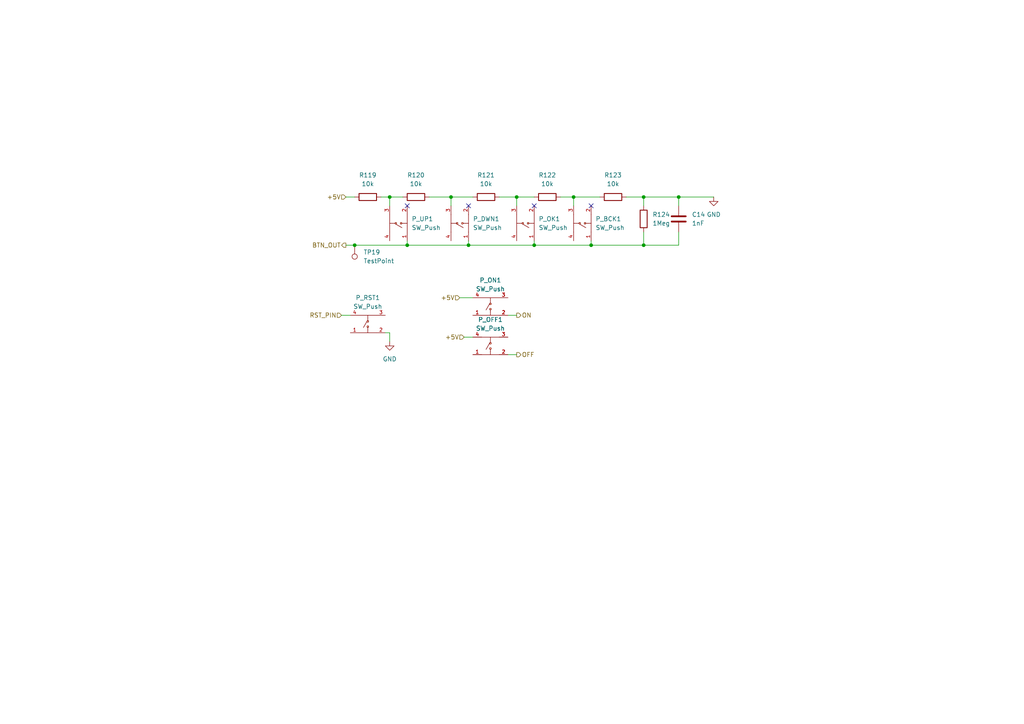
<source format=kicad_sch>
(kicad_sch
	(version 20231120)
	(generator "eeschema")
	(generator_version "8.0")
	(uuid "5b890723-c77c-44dd-a8e2-f78a52cf3e88")
	(paper "A4")
	(title_block
		(title "Centralina Pirotecnica")
		(date "2024-06-28")
		(rev "2.0")
	)
	(lib_symbols
		(symbol "Connector:TestPoint"
			(pin_numbers hide)
			(pin_names
				(offset 0.762) hide)
			(exclude_from_sim no)
			(in_bom yes)
			(on_board yes)
			(property "Reference" "TP"
				(at 0 6.858 0)
				(effects
					(font
						(size 1.27 1.27)
					)
				)
			)
			(property "Value" "TestPoint"
				(at 0 5.08 0)
				(effects
					(font
						(size 1.27 1.27)
					)
				)
			)
			(property "Footprint" ""
				(at 5.08 0 0)
				(effects
					(font
						(size 1.27 1.27)
					)
					(hide yes)
				)
			)
			(property "Datasheet" "~"
				(at 5.08 0 0)
				(effects
					(font
						(size 1.27 1.27)
					)
					(hide yes)
				)
			)
			(property "Description" "test point"
				(at 0 0 0)
				(effects
					(font
						(size 1.27 1.27)
					)
					(hide yes)
				)
			)
			(property "ki_keywords" "test point tp"
				(at 0 0 0)
				(effects
					(font
						(size 1.27 1.27)
					)
					(hide yes)
				)
			)
			(property "ki_fp_filters" "Pin* Test*"
				(at 0 0 0)
				(effects
					(font
						(size 1.27 1.27)
					)
					(hide yes)
				)
			)
			(symbol "TestPoint_0_1"
				(circle
					(center 0 3.302)
					(radius 0.762)
					(stroke
						(width 0)
						(type default)
					)
					(fill
						(type none)
					)
				)
			)
			(symbol "TestPoint_1_1"
				(pin passive line
					(at 0 0 90)
					(length 2.54)
					(name "1"
						(effects
							(font
								(size 1.27 1.27)
							)
						)
					)
					(number "1"
						(effects
							(font
								(size 1.27 1.27)
							)
						)
					)
				)
			)
		)
		(symbol "Device:C"
			(pin_numbers hide)
			(pin_names
				(offset 0.254)
			)
			(exclude_from_sim no)
			(in_bom yes)
			(on_board yes)
			(property "Reference" "C"
				(at 0.635 2.54 0)
				(effects
					(font
						(size 1.27 1.27)
					)
					(justify left)
				)
			)
			(property "Value" "C"
				(at 0.635 -2.54 0)
				(effects
					(font
						(size 1.27 1.27)
					)
					(justify left)
				)
			)
			(property "Footprint" ""
				(at 0.9652 -3.81 0)
				(effects
					(font
						(size 1.27 1.27)
					)
					(hide yes)
				)
			)
			(property "Datasheet" "~"
				(at 0 0 0)
				(effects
					(font
						(size 1.27 1.27)
					)
					(hide yes)
				)
			)
			(property "Description" "Unpolarized capacitor"
				(at 0 0 0)
				(effects
					(font
						(size 1.27 1.27)
					)
					(hide yes)
				)
			)
			(property "ki_keywords" "cap capacitor"
				(at 0 0 0)
				(effects
					(font
						(size 1.27 1.27)
					)
					(hide yes)
				)
			)
			(property "ki_fp_filters" "C_*"
				(at 0 0 0)
				(effects
					(font
						(size 1.27 1.27)
					)
					(hide yes)
				)
			)
			(symbol "C_0_1"
				(polyline
					(pts
						(xy -2.032 -0.762) (xy 2.032 -0.762)
					)
					(stroke
						(width 0.508)
						(type default)
					)
					(fill
						(type none)
					)
				)
				(polyline
					(pts
						(xy -2.032 0.762) (xy 2.032 0.762)
					)
					(stroke
						(width 0.508)
						(type default)
					)
					(fill
						(type none)
					)
				)
			)
			(symbol "C_1_1"
				(pin passive line
					(at 0 3.81 270)
					(length 2.794)
					(name "~"
						(effects
							(font
								(size 1.27 1.27)
							)
						)
					)
					(number "1"
						(effects
							(font
								(size 1.27 1.27)
							)
						)
					)
				)
				(pin passive line
					(at 0 -3.81 90)
					(length 2.794)
					(name "~"
						(effects
							(font
								(size 1.27 1.27)
							)
						)
					)
					(number "2"
						(effects
							(font
								(size 1.27 1.27)
							)
						)
					)
				)
			)
		)
		(symbol "Device:R"
			(pin_numbers hide)
			(pin_names
				(offset 0)
			)
			(exclude_from_sim no)
			(in_bom yes)
			(on_board yes)
			(property "Reference" "R"
				(at 2.032 0 90)
				(effects
					(font
						(size 1.27 1.27)
					)
				)
			)
			(property "Value" "R"
				(at 0 0 90)
				(effects
					(font
						(size 1.27 1.27)
					)
				)
			)
			(property "Footprint" ""
				(at -1.778 0 90)
				(effects
					(font
						(size 1.27 1.27)
					)
					(hide yes)
				)
			)
			(property "Datasheet" "~"
				(at 0 0 0)
				(effects
					(font
						(size 1.27 1.27)
					)
					(hide yes)
				)
			)
			(property "Description" "Resistor"
				(at 0 0 0)
				(effects
					(font
						(size 1.27 1.27)
					)
					(hide yes)
				)
			)
			(property "ki_keywords" "R res resistor"
				(at 0 0 0)
				(effects
					(font
						(size 1.27 1.27)
					)
					(hide yes)
				)
			)
			(property "ki_fp_filters" "R_*"
				(at 0 0 0)
				(effects
					(font
						(size 1.27 1.27)
					)
					(hide yes)
				)
			)
			(symbol "R_0_1"
				(rectangle
					(start -1.016 -2.54)
					(end 1.016 2.54)
					(stroke
						(width 0.254)
						(type default)
					)
					(fill
						(type none)
					)
				)
			)
			(symbol "R_1_1"
				(pin passive line
					(at 0 3.81 270)
					(length 1.27)
					(name "~"
						(effects
							(font
								(size 1.27 1.27)
							)
						)
					)
					(number "1"
						(effects
							(font
								(size 1.27 1.27)
							)
						)
					)
				)
				(pin passive line
					(at 0 -3.81 90)
					(length 1.27)
					(name "~"
						(effects
							(font
								(size 1.27 1.27)
							)
						)
					)
					(number "2"
						(effects
							(font
								(size 1.27 1.27)
							)
						)
					)
				)
			)
		)
		(symbol "default_lib:GT-TC149A-H060-L1"
			(pin_names hide)
			(exclude_from_sim no)
			(in_bom yes)
			(on_board yes)
			(property "Reference" "U"
				(at 0 1.27 0)
				(effects
					(font
						(size 1.27 1.27)
					)
				)
			)
			(property "Value" "GT-TC149A-H060-L1"
				(at 0 -2.54 0)
				(effects
					(font
						(size 1.27 1.27)
					)
				)
			)
			(property "Footprint" "jlc:KEY-SMD_4P-L12.0-W12.0-P5.00-LS15.2"
				(at 0 -10.16 0)
				(effects
					(font
						(size 1.27 1.27)
						(italic yes)
					)
					(hide yes)
				)
			)
			(property "Datasheet" "https://item.szlcsc.com/148012.html"
				(at -2.286 0.127 0)
				(effects
					(font
						(size 1.27 1.27)
					)
					(justify left)
					(hide yes)
				)
			)
			(property "Description" ""
				(at 0 0 0)
				(effects
					(font
						(size 1.27 1.27)
					)
					(hide yes)
				)
			)
			(property "LCSC" "C2834980"
				(at 0 0 0)
				(effects
					(font
						(size 1.27 1.27)
					)
					(hide yes)
				)
			)
			(property "ki_keywords" "C2834980"
				(at 0 0 0)
				(effects
					(font
						(size 1.27 1.27)
					)
					(hide yes)
				)
			)
			(symbol "GT-TC149A-H060-L1_0_1"
				(circle
					(center 0 -0.762)
					(radius 0.254)
					(stroke
						(width 0)
						(type default)
					)
					(fill
						(type background)
					)
				)
				(polyline
					(pts
						(xy -2.54 -2.54) (xy 2.54 -2.54)
					)
					(stroke
						(width 0)
						(type default)
					)
					(fill
						(type none)
					)
				)
				(polyline
					(pts
						(xy -1.27 -1.016) (xy -0.254 0.762)
					)
					(stroke
						(width 0)
						(type default)
					)
					(fill
						(type none)
					)
				)
				(polyline
					(pts
						(xy 0 -2.54) (xy 0 -1.524)
					)
					(stroke
						(width 0)
						(type default)
					)
					(fill
						(type none)
					)
				)
				(polyline
					(pts
						(xy 0 -1.524) (xy 0 -0.762)
					)
					(stroke
						(width 0)
						(type default)
					)
					(fill
						(type none)
					)
				)
				(polyline
					(pts
						(xy 0 2.54) (xy 0 0.762)
					)
					(stroke
						(width 0)
						(type default)
					)
					(fill
						(type none)
					)
				)
				(polyline
					(pts
						(xy 2.54 2.54) (xy -2.54 2.54)
					)
					(stroke
						(width 0)
						(type default)
					)
					(fill
						(type none)
					)
				)
				(circle
					(center 0 0.762)
					(radius 0.254)
					(stroke
						(width 0)
						(type default)
					)
					(fill
						(type background)
					)
				)
				(pin unspecified line
					(at -5.08 -2.54 0)
					(length 2.54)
					(name "1"
						(effects
							(font
								(size 1 1)
							)
						)
					)
					(number "1"
						(effects
							(font
								(size 1 1)
							)
						)
					)
				)
				(pin unspecified line
					(at 5.08 -2.54 180)
					(length 2.54)
					(name "2"
						(effects
							(font
								(size 1 1)
							)
						)
					)
					(number "2"
						(effects
							(font
								(size 1 1)
							)
						)
					)
				)
				(pin unspecified line
					(at 5.08 2.54 180)
					(length 2.54)
					(name "3"
						(effects
							(font
								(size 1 1)
							)
						)
					)
					(number "3"
						(effects
							(font
								(size 1 1)
							)
						)
					)
				)
				(pin unspecified line
					(at -5.08 2.54 0)
					(length 2.54)
					(name "4"
						(effects
							(font
								(size 1 1)
							)
						)
					)
					(number "4"
						(effects
							(font
								(size 1 1)
							)
						)
					)
				)
			)
		)
		(symbol "power:GND"
			(power)
			(pin_numbers hide)
			(pin_names
				(offset 0) hide)
			(exclude_from_sim no)
			(in_bom yes)
			(on_board yes)
			(property "Reference" "#PWR"
				(at 0 -6.35 0)
				(effects
					(font
						(size 1.27 1.27)
					)
					(hide yes)
				)
			)
			(property "Value" "GND"
				(at 0 -3.81 0)
				(effects
					(font
						(size 1.27 1.27)
					)
				)
			)
			(property "Footprint" ""
				(at 0 0 0)
				(effects
					(font
						(size 1.27 1.27)
					)
					(hide yes)
				)
			)
			(property "Datasheet" ""
				(at 0 0 0)
				(effects
					(font
						(size 1.27 1.27)
					)
					(hide yes)
				)
			)
			(property "Description" "Power symbol creates a global label with name \"GND\" , ground"
				(at 0 0 0)
				(effects
					(font
						(size 1.27 1.27)
					)
					(hide yes)
				)
			)
			(property "ki_keywords" "global power"
				(at 0 0 0)
				(effects
					(font
						(size 1.27 1.27)
					)
					(hide yes)
				)
			)
			(symbol "GND_0_1"
				(polyline
					(pts
						(xy 0 0) (xy 0 -1.27) (xy 1.27 -1.27) (xy 0 -2.54) (xy -1.27 -1.27) (xy 0 -1.27)
					)
					(stroke
						(width 0)
						(type default)
					)
					(fill
						(type none)
					)
				)
			)
			(symbol "GND_1_1"
				(pin power_in line
					(at 0 0 270)
					(length 0)
					(name "~"
						(effects
							(font
								(size 1.27 1.27)
							)
						)
					)
					(number "1"
						(effects
							(font
								(size 1.27 1.27)
							)
						)
					)
				)
			)
		)
	)
	(junction
		(at 154.94 71.12)
		(diameter 0)
		(color 0 0 0 0)
		(uuid "03d257f3-2893-4edb-a615-22adcf8e7818")
	)
	(junction
		(at 186.69 57.15)
		(diameter 0)
		(color 0 0 0 0)
		(uuid "04170999-a6e9-4536-94a2-ef7b87152b17")
	)
	(junction
		(at 130.81 57.15)
		(diameter 0)
		(color 0 0 0 0)
		(uuid "06442579-7a95-48f0-9bf8-bc25b956df43")
	)
	(junction
		(at 171.45 71.12)
		(diameter 0)
		(color 0 0 0 0)
		(uuid "0db554c2-bee5-4d6a-8ed1-eabeca31a4cf")
	)
	(junction
		(at 118.11 71.12)
		(diameter 0)
		(color 0 0 0 0)
		(uuid "163c3e98-7698-4783-9136-4b7f7302da2a")
	)
	(junction
		(at 102.87 71.12)
		(diameter 0)
		(color 0 0 0 0)
		(uuid "373ae319-4121-467f-be6e-8bb08bb86457")
	)
	(junction
		(at 186.69 71.12)
		(diameter 0)
		(color 0 0 0 0)
		(uuid "48b7b602-102f-4075-bc26-cd8be658d3c1")
	)
	(junction
		(at 113.03 57.15)
		(diameter 0)
		(color 0 0 0 0)
		(uuid "75b4d3a9-358f-4f70-a582-0857284fb0a8")
	)
	(junction
		(at 166.37 57.15)
		(diameter 0)
		(color 0 0 0 0)
		(uuid "868683f5-3e80-4bcd-8de3-636ef2328077")
	)
	(junction
		(at 196.85 57.15)
		(diameter 0)
		(color 0 0 0 0)
		(uuid "a8b676f9-54c7-417f-9c57-6027f4676eb1")
	)
	(junction
		(at 149.86 57.15)
		(diameter 0)
		(color 0 0 0 0)
		(uuid "bbf8f400-44c2-4fa6-99bc-22a7467623a8")
	)
	(junction
		(at 135.89 71.12)
		(diameter 0)
		(color 0 0 0 0)
		(uuid "eee7e8f3-e7ad-4cd2-b600-c2ed9b13478e")
	)
	(no_connect
		(at 118.11 59.69)
		(uuid "59fae1d1-77f3-481d-9bb1-8a66cc664ff8")
	)
	(no_connect
		(at 135.89 59.69)
		(uuid "5b2d7e70-eed9-4051-9983-5f0eaa231b57")
	)
	(no_connect
		(at 154.94 59.69)
		(uuid "8dbb11fc-3078-457a-ab47-48a76045bce2")
	)
	(no_connect
		(at 171.45 59.69)
		(uuid "d7a8f2d6-ac3a-46d7-bb64-29a8c7fe39d8")
	)
	(wire
		(pts
			(xy 149.86 57.15) (xy 149.86 59.69)
		)
		(stroke
			(width 0)
			(type default)
		)
		(uuid "0d6df559-fd2f-403c-b71b-9aad4092ebcf")
	)
	(wire
		(pts
			(xy 166.37 57.15) (xy 173.99 57.15)
		)
		(stroke
			(width 0)
			(type default)
		)
		(uuid "1126c09d-05b0-41c6-b4c5-dde8247233db")
	)
	(wire
		(pts
			(xy 118.11 71.12) (xy 135.89 71.12)
		)
		(stroke
			(width 0)
			(type default)
		)
		(uuid "19b8682e-9ac3-4961-9e48-0e406c9ee7f0")
	)
	(wire
		(pts
			(xy 130.81 57.15) (xy 130.81 59.69)
		)
		(stroke
			(width 0)
			(type default)
		)
		(uuid "1c983fd4-8101-45cb-b550-2455620b20cc")
	)
	(wire
		(pts
			(xy 196.85 67.31) (xy 196.85 71.12)
		)
		(stroke
			(width 0)
			(type default)
		)
		(uuid "211bf105-bc48-4ac4-b276-6e1dab6e5ce2")
	)
	(wire
		(pts
			(xy 113.03 96.52) (xy 111.76 96.52)
		)
		(stroke
			(width 0)
			(type default)
		)
		(uuid "2439dd88-4f94-4138-9acd-c07d835ccfcf")
	)
	(wire
		(pts
			(xy 196.85 57.15) (xy 196.85 59.69)
		)
		(stroke
			(width 0)
			(type default)
		)
		(uuid "2ebe5818-8977-4690-ba32-66737c5ed401")
	)
	(wire
		(pts
			(xy 181.61 57.15) (xy 186.69 57.15)
		)
		(stroke
			(width 0)
			(type default)
		)
		(uuid "2fa6a3dc-c0c2-46ca-a358-806ba3c20c18")
	)
	(wire
		(pts
			(xy 154.94 69.85) (xy 154.94 71.12)
		)
		(stroke
			(width 0)
			(type default)
		)
		(uuid "34c21553-4fbc-44b8-ab3b-ad5ee6f967cb")
	)
	(wire
		(pts
			(xy 147.32 91.44) (xy 149.86 91.44)
		)
		(stroke
			(width 0)
			(type default)
		)
		(uuid "3701bb5b-9c10-4334-891e-8ac78e803905")
	)
	(wire
		(pts
			(xy 149.86 57.15) (xy 154.94 57.15)
		)
		(stroke
			(width 0)
			(type default)
		)
		(uuid "384ab7e7-1a24-45f3-83ab-c8b588262b7f")
	)
	(wire
		(pts
			(xy 196.85 71.12) (xy 186.69 71.12)
		)
		(stroke
			(width 0)
			(type default)
		)
		(uuid "3ed78edb-d3f9-472b-b145-82af079358f5")
	)
	(wire
		(pts
			(xy 99.06 91.44) (xy 101.6 91.44)
		)
		(stroke
			(width 0)
			(type default)
		)
		(uuid "501443e6-af76-4e4f-ad7e-cc9a4eb87947")
	)
	(wire
		(pts
			(xy 113.03 96.52) (xy 113.03 99.06)
		)
		(stroke
			(width 0)
			(type default)
		)
		(uuid "51d5ce53-3e99-4c44-9f55-d5e981fb936e")
	)
	(wire
		(pts
			(xy 113.03 57.15) (xy 116.84 57.15)
		)
		(stroke
			(width 0)
			(type default)
		)
		(uuid "5db52c08-1918-460d-9735-e2dd9ffd0295")
	)
	(wire
		(pts
			(xy 144.78 57.15) (xy 149.86 57.15)
		)
		(stroke
			(width 0)
			(type default)
		)
		(uuid "672c27c0-abca-484c-9fe8-6e38d9e8f58d")
	)
	(wire
		(pts
			(xy 166.37 57.15) (xy 166.37 59.69)
		)
		(stroke
			(width 0)
			(type default)
		)
		(uuid "6aa628f6-6272-4b5e-920a-554b0eb3665f")
	)
	(wire
		(pts
			(xy 113.03 57.15) (xy 113.03 59.69)
		)
		(stroke
			(width 0)
			(type default)
		)
		(uuid "79856fa8-a77c-4af5-89ca-98654f2c32ed")
	)
	(wire
		(pts
			(xy 110.49 57.15) (xy 113.03 57.15)
		)
		(stroke
			(width 0)
			(type default)
		)
		(uuid "79a994d3-07ac-4d30-9555-c103e002a82e")
	)
	(wire
		(pts
			(xy 186.69 67.31) (xy 186.69 71.12)
		)
		(stroke
			(width 0)
			(type default)
		)
		(uuid "7a0fc899-c3fa-4d68-a371-9ef604de4a88")
	)
	(wire
		(pts
			(xy 133.35 86.36) (xy 137.16 86.36)
		)
		(stroke
			(width 0)
			(type default)
		)
		(uuid "80297d98-18ee-495b-ae5a-8b1629f9d277")
	)
	(wire
		(pts
			(xy 162.56 57.15) (xy 166.37 57.15)
		)
		(stroke
			(width 0)
			(type default)
		)
		(uuid "8f417793-34d0-48e8-8c84-8fe4e989ab94")
	)
	(wire
		(pts
			(xy 186.69 57.15) (xy 186.69 59.69)
		)
		(stroke
			(width 0)
			(type default)
		)
		(uuid "b525148b-fb8f-41fb-907d-4d4c60ccdfcf")
	)
	(wire
		(pts
			(xy 186.69 57.15) (xy 196.85 57.15)
		)
		(stroke
			(width 0)
			(type default)
		)
		(uuid "b9984f38-eae3-4726-be99-cdfc8695e5e9")
	)
	(wire
		(pts
			(xy 134.62 97.79) (xy 137.16 97.79)
		)
		(stroke
			(width 0)
			(type default)
		)
		(uuid "b9e3b456-665a-413f-9071-a307e700a9cf")
	)
	(wire
		(pts
			(xy 135.89 71.12) (xy 154.94 71.12)
		)
		(stroke
			(width 0)
			(type default)
		)
		(uuid "ba9aace2-e345-4a56-9257-171333bc5166")
	)
	(wire
		(pts
			(xy 196.85 57.15) (xy 207.01 57.15)
		)
		(stroke
			(width 0)
			(type default)
		)
		(uuid "bbe0d8c0-1c27-47d6-bbd1-421ee62de131")
	)
	(wire
		(pts
			(xy 102.87 71.12) (xy 118.11 71.12)
		)
		(stroke
			(width 0)
			(type default)
		)
		(uuid "c0f52ba0-53a8-4286-bc56-6dcd31e9ca87")
	)
	(wire
		(pts
			(xy 171.45 71.12) (xy 186.69 71.12)
		)
		(stroke
			(width 0)
			(type default)
		)
		(uuid "c9ab6412-99ed-4e64-bf48-f303f72498dd")
	)
	(wire
		(pts
			(xy 124.46 57.15) (xy 130.81 57.15)
		)
		(stroke
			(width 0)
			(type default)
		)
		(uuid "cada1461-54ed-4d5e-a8f0-1a6cbc681b65")
	)
	(wire
		(pts
			(xy 130.81 57.15) (xy 137.16 57.15)
		)
		(stroke
			(width 0)
			(type default)
		)
		(uuid "d220a3f7-f0a2-40fb-a730-2e332090855d")
	)
	(wire
		(pts
			(xy 118.11 69.85) (xy 118.11 71.12)
		)
		(stroke
			(width 0)
			(type default)
		)
		(uuid "d3b021af-8712-4b45-8b4e-5f37101c413e")
	)
	(wire
		(pts
			(xy 147.32 102.87) (xy 149.86 102.87)
		)
		(stroke
			(width 0)
			(type default)
		)
		(uuid "dab3fa77-33b9-452d-863f-4dda466efec9")
	)
	(wire
		(pts
			(xy 100.33 71.12) (xy 102.87 71.12)
		)
		(stroke
			(width 0)
			(type default)
		)
		(uuid "e8dbd6aa-038c-4deb-a3ab-853eaf5304f4")
	)
	(wire
		(pts
			(xy 171.45 69.85) (xy 171.45 71.12)
		)
		(stroke
			(width 0)
			(type default)
		)
		(uuid "eeee8329-eaee-4f6d-8c9a-a82d2977f52f")
	)
	(wire
		(pts
			(xy 100.33 57.15) (xy 102.87 57.15)
		)
		(stroke
			(width 0)
			(type default)
		)
		(uuid "f3327ad4-1e00-4baa-9ac0-3366ec1ad3a9")
	)
	(wire
		(pts
			(xy 154.94 71.12) (xy 171.45 71.12)
		)
		(stroke
			(width 0)
			(type default)
		)
		(uuid "f4265429-cfb3-45fd-96c7-ab4e52527a30")
	)
	(wire
		(pts
			(xy 135.89 69.85) (xy 135.89 71.12)
		)
		(stroke
			(width 0)
			(type default)
		)
		(uuid "fc87e044-8ac0-47c3-8bc2-d749ac0975e4")
	)
	(hierarchical_label "+5V"
		(shape input)
		(at 134.62 97.79 180)
		(fields_autoplaced yes)
		(effects
			(font
				(size 1.27 1.27)
			)
			(justify right)
		)
		(uuid "3feaeb02-18ef-4c02-bf3e-f0b8c6cdbbab")
	)
	(hierarchical_label "RST_PIN"
		(shape input)
		(at 99.06 91.44 180)
		(fields_autoplaced yes)
		(effects
			(font
				(size 1.27 1.27)
			)
			(justify right)
		)
		(uuid "9539401c-3247-456a-8229-b2db69962ae9")
	)
	(hierarchical_label "OFF"
		(shape output)
		(at 149.86 102.87 0)
		(fields_autoplaced yes)
		(effects
			(font
				(size 1.27 1.27)
			)
			(justify left)
		)
		(uuid "b4454f8f-5777-4dcd-a932-d4d8574f195d")
	)
	(hierarchical_label "+5V"
		(shape input)
		(at 133.35 86.36 180)
		(fields_autoplaced yes)
		(effects
			(font
				(size 1.27 1.27)
			)
			(justify right)
		)
		(uuid "bdc398ec-1fce-470d-bed3-8b59258d5a52")
	)
	(hierarchical_label "+5V"
		(shape input)
		(at 100.33 57.15 180)
		(fields_autoplaced yes)
		(effects
			(font
				(size 1.27 1.27)
			)
			(justify right)
		)
		(uuid "ca3946b6-a73d-4940-89fe-8c745a4f3f64")
	)
	(hierarchical_label "ON"
		(shape output)
		(at 149.86 91.44 0)
		(fields_autoplaced yes)
		(effects
			(font
				(size 1.27 1.27)
			)
			(justify left)
		)
		(uuid "d9dd81e0-5733-4c79-a05e-3a907b4f8390")
	)
	(hierarchical_label "BTN_OUT"
		(shape output)
		(at 100.33 71.12 180)
		(fields_autoplaced yes)
		(effects
			(font
				(size 1.27 1.27)
			)
			(justify right)
		)
		(uuid "ef66fbf9-4236-428d-b0e7-9e48d136336d")
	)
	(symbol
		(lib_id "default_lib:GT-TC149A-H060-L1")
		(at 133.35 64.77 90)
		(unit 1)
		(exclude_from_sim no)
		(in_bom yes)
		(on_board yes)
		(dnp no)
		(uuid "01093082-fc21-4ecf-b82b-0880eee33374")
		(property "Reference" "P_DWN1"
			(at 137.16 63.4999 90)
			(effects
				(font
					(size 1.27 1.27)
				)
				(justify right)
			)
		)
		(property "Value" "SW_Push"
			(at 137.16 66.0399 90)
			(effects
				(font
					(size 1.27 1.27)
				)
				(justify right)
			)
		)
		(property "Footprint" "KEY-SMD_4P-L12.0-W12.0-P5.00-LS15.2:KEY-SMD_4P-L12.0-W12.0-P5.00-LS15.2"
			(at 143.51 64.77 0)
			(effects
				(font
					(size 1.27 1.27)
					(italic yes)
				)
				(hide yes)
			)
		)
		(property "Datasheet" "https://item.szlcsc.com/148012.html"
			(at 133.223 67.056 0)
			(effects
				(font
					(size 1.27 1.27)
				)
				(justify left)
				(hide yes)
			)
		)
		(property "Description" "Push button switch, generic, two pins"
			(at 133.35 64.77 0)
			(effects
				(font
					(size 1.27 1.27)
				)
				(hide yes)
			)
		)
		(property "REF" "C2834980"
			(at 133.35 64.77 0)
			(effects
				(font
					(size 1.27 1.27)
				)
				(hide yes)
			)
		)
		(property "LCSC" "C2834980"
			(at 133.35 64.77 0)
			(effects
				(font
					(size 1.27 1.27)
				)
				(hide yes)
			)
		)
		(pin "2"
			(uuid "076d42e8-7074-44e2-a567-ccd3d5449f64")
		)
		(pin "1"
			(uuid "f92f912f-62a9-4491-b050-9e722f540ce7")
		)
		(pin "3"
			(uuid "b9ea2bff-c4ba-49a7-a12b-f90011fdb6d2")
		)
		(pin "4"
			(uuid "c2700940-fbc3-422e-80ed-9e3cb182e91b")
		)
		(instances
			(project "Centralina"
				(path "/6c081a41-7694-4348-aefe-aafa0be843dc/5c7a2984-d2dd-4769-91b6-da51cbfa2a77"
					(reference "P_DWN1")
					(unit 1)
				)
			)
		)
	)
	(symbol
		(lib_id "default_lib:GT-TC149A-H060-L1")
		(at 106.68 93.98 0)
		(unit 1)
		(exclude_from_sim no)
		(in_bom yes)
		(on_board yes)
		(dnp no)
		(fields_autoplaced yes)
		(uuid "42320792-2a18-493b-948d-e8e860a5f88f")
		(property "Reference" "P_RST1"
			(at 106.68 86.36 0)
			(effects
				(font
					(size 1.27 1.27)
				)
			)
		)
		(property "Value" "SW_Push"
			(at 106.68 88.9 0)
			(effects
				(font
					(size 1.27 1.27)
				)
			)
		)
		(property "Footprint" "KEY-SMD_4P-L12.0-W12.0-P5.00-LS15.2:KEY-SMD_4P-L12.0-W12.0-P5.00-LS15.2"
			(at 106.68 104.14 0)
			(effects
				(font
					(size 1.27 1.27)
					(italic yes)
				)
				(hide yes)
			)
		)
		(property "Datasheet" "https://item.szlcsc.com/148012.html"
			(at 104.394 93.853 0)
			(effects
				(font
					(size 1.27 1.27)
				)
				(justify left)
				(hide yes)
			)
		)
		(property "Description" "Push button switch, generic, two pins"
			(at 106.68 93.98 0)
			(effects
				(font
					(size 1.27 1.27)
				)
				(hide yes)
			)
		)
		(property "REF" "C2834980"
			(at 106.68 93.98 0)
			(effects
				(font
					(size 1.27 1.27)
				)
				(hide yes)
			)
		)
		(property "LCSC" "C2834980"
			(at 106.68 93.98 0)
			(effects
				(font
					(size 1.27 1.27)
				)
				(hide yes)
			)
		)
		(pin "2"
			(uuid "06e9cf74-0384-4356-af0a-bf0dccf8abe1")
		)
		(pin "1"
			(uuid "797db48c-38cf-4a77-9c6d-18f09f29a71e")
		)
		(pin "3"
			(uuid "fa555e41-2808-4a7f-9aa0-2b600242d65e")
		)
		(pin "4"
			(uuid "5baf7940-1466-4fed-9711-e98a1f9e360c")
		)
		(instances
			(project "Centralina"
				(path "/6c081a41-7694-4348-aefe-aafa0be843dc/5c7a2984-d2dd-4769-91b6-da51cbfa2a77"
					(reference "P_RST1")
					(unit 1)
				)
			)
		)
	)
	(symbol
		(lib_id "Device:R")
		(at 106.68 57.15 90)
		(unit 1)
		(exclude_from_sim no)
		(in_bom yes)
		(on_board yes)
		(dnp no)
		(fields_autoplaced yes)
		(uuid "46203115-c79c-4cf8-90e3-dcf156f6aad6")
		(property "Reference" "R119"
			(at 106.68 50.8 90)
			(effects
				(font
					(size 1.27 1.27)
				)
			)
		)
		(property "Value" "10k"
			(at 106.68 53.34 90)
			(effects
				(font
					(size 1.27 1.27)
				)
			)
		)
		(property "Footprint" "Resistor_SMD:R_0805_2012Metric"
			(at 106.68 58.928 90)
			(effects
				(font
					(size 1.27 1.27)
				)
				(hide yes)
			)
		)
		(property "Datasheet" "~"
			(at 106.68 57.15 0)
			(effects
				(font
					(size 1.27 1.27)
				)
				(hide yes)
			)
		)
		(property "Description" "Resistor"
			(at 106.68 57.15 0)
			(effects
				(font
					(size 1.27 1.27)
				)
				(hide yes)
			)
		)
		(property "REF" "C17414"
			(at 106.68 57.15 0)
			(effects
				(font
					(size 1.27 1.27)
				)
				(hide yes)
			)
		)
		(pin "1"
			(uuid "7067b4a1-615d-4afd-8093-167915bf940d")
		)
		(pin "2"
			(uuid "3e12afd5-7a02-469c-aa50-18e0f2ec708b")
		)
		(instances
			(project "Centralina"
				(path "/6c081a41-7694-4348-aefe-aafa0be843dc/5c7a2984-d2dd-4769-91b6-da51cbfa2a77"
					(reference "R119")
					(unit 1)
				)
			)
		)
	)
	(symbol
		(lib_id "Connector:TestPoint")
		(at 102.87 71.12 180)
		(unit 1)
		(exclude_from_sim no)
		(in_bom yes)
		(on_board yes)
		(dnp no)
		(fields_autoplaced yes)
		(uuid "56dd24fd-879d-4414-b3f5-ca6b9b04e716")
		(property "Reference" "TP19"
			(at 105.41 73.1519 0)
			(effects
				(font
					(size 1.27 1.27)
				)
				(justify right)
			)
		)
		(property "Value" "TestPoint"
			(at 105.41 75.6919 0)
			(effects
				(font
					(size 1.27 1.27)
				)
				(justify right)
			)
		)
		(property "Footprint" "TestPoint:TestPoint_Pad_D1.0mm"
			(at 97.79 71.12 0)
			(effects
				(font
					(size 1.27 1.27)
				)
				(hide yes)
			)
		)
		(property "Datasheet" "~"
			(at 97.79 71.12 0)
			(effects
				(font
					(size 1.27 1.27)
				)
				(hide yes)
			)
		)
		(property "Description" "test point"
			(at 102.87 71.12 0)
			(effects
				(font
					(size 1.27 1.27)
				)
				(hide yes)
			)
		)
		(pin "1"
			(uuid "f87046d4-d73e-41e2-822a-b253aaf8a833")
		)
		(instances
			(project "Centralina"
				(path "/6c081a41-7694-4348-aefe-aafa0be843dc/5c7a2984-d2dd-4769-91b6-da51cbfa2a77"
					(reference "TP19")
					(unit 1)
				)
			)
		)
	)
	(symbol
		(lib_id "default_lib:GT-TC149A-H060-L1")
		(at 168.91 64.77 90)
		(unit 1)
		(exclude_from_sim no)
		(in_bom yes)
		(on_board yes)
		(dnp no)
		(fields_autoplaced yes)
		(uuid "6de01b23-cbcd-48c8-bdb7-17b0f83ff975")
		(property "Reference" "P_BCK1"
			(at 172.72 63.4999 90)
			(effects
				(font
					(size 1.27 1.27)
				)
				(justify right)
			)
		)
		(property "Value" "SW_Push"
			(at 172.72 66.0399 90)
			(effects
				(font
					(size 1.27 1.27)
				)
				(justify right)
			)
		)
		(property "Footprint" "KEY-SMD_4P-L12.0-W12.0-P5.00-LS15.2:KEY-SMD_4P-L12.0-W12.0-P5.00-LS15.2"
			(at 179.07 64.77 0)
			(effects
				(font
					(size 1.27 1.27)
					(italic yes)
				)
				(hide yes)
			)
		)
		(property "Datasheet" "https://item.szlcsc.com/148012.html"
			(at 168.783 67.056 0)
			(effects
				(font
					(size 1.27 1.27)
				)
				(justify left)
				(hide yes)
			)
		)
		(property "Description" "Push button switch, generic, two pins"
			(at 168.91 64.77 0)
			(effects
				(font
					(size 1.27 1.27)
				)
				(hide yes)
			)
		)
		(property "REF" "C2834980"
			(at 168.91 64.77 0)
			(effects
				(font
					(size 1.27 1.27)
				)
				(hide yes)
			)
		)
		(property "LCSC" "C2834980"
			(at 168.91 64.77 0)
			(effects
				(font
					(size 1.27 1.27)
				)
				(hide yes)
			)
		)
		(pin "2"
			(uuid "076d42e8-7074-44e2-a567-ccd3d5449f65")
		)
		(pin "1"
			(uuid "f92f912f-62a9-4491-b050-9e722f540ce8")
		)
		(pin "3"
			(uuid "5d08e9c4-23b7-4b6d-b7cb-b1aea733d20b")
		)
		(pin "4"
			(uuid "f1e391b5-5ba3-4cd3-9eaa-2d460186d0cf")
		)
		(instances
			(project "Centralina"
				(path "/6c081a41-7694-4348-aefe-aafa0be843dc/5c7a2984-d2dd-4769-91b6-da51cbfa2a77"
					(reference "P_BCK1")
					(unit 1)
				)
			)
		)
	)
	(symbol
		(lib_id "default_lib:GT-TC149A-H060-L1")
		(at 142.24 88.9 0)
		(unit 1)
		(exclude_from_sim no)
		(in_bom yes)
		(on_board yes)
		(dnp no)
		(fields_autoplaced yes)
		(uuid "6ece8cee-5084-496b-bd0a-d42f129b1646")
		(property "Reference" "P_ON1"
			(at 142.24 81.28 0)
			(effects
				(font
					(size 1.27 1.27)
				)
			)
		)
		(property "Value" "SW_Push"
			(at 142.24 83.82 0)
			(effects
				(font
					(size 1.27 1.27)
				)
			)
		)
		(property "Footprint" "KEY-SMD_4P-L12.0-W12.0-P5.00-LS15.2:KEY-SMD_4P-L12.0-W12.0-P5.00-LS15.2"
			(at 142.24 99.06 0)
			(effects
				(font
					(size 1.27 1.27)
					(italic yes)
				)
				(hide yes)
			)
		)
		(property "Datasheet" "https://item.szlcsc.com/148012.html"
			(at 139.954 88.773 0)
			(effects
				(font
					(size 1.27 1.27)
				)
				(justify left)
				(hide yes)
			)
		)
		(property "Description" "Push button switch, generic, two pins"
			(at 142.24 88.9 0)
			(effects
				(font
					(size 1.27 1.27)
				)
				(hide yes)
			)
		)
		(property "REF" "C2834980"
			(at 142.24 88.9 0)
			(effects
				(font
					(size 1.27 1.27)
				)
				(hide yes)
			)
		)
		(property "LCSC" "C2834980"
			(at 142.24 88.9 0)
			(effects
				(font
					(size 1.27 1.27)
				)
				(hide yes)
			)
		)
		(pin "2"
			(uuid "7625a5c9-ab09-49c3-8044-d081b10ce621")
		)
		(pin "1"
			(uuid "4dcc2d51-4548-413f-b0fe-735cad3b382d")
		)
		(pin "3"
			(uuid "88bd5577-f184-4ff9-a5f4-59d0000eb3b6")
		)
		(pin "4"
			(uuid "747acab5-983a-42a4-9a70-90c6e7e25338")
		)
		(instances
			(project "Centralina"
				(path "/6c081a41-7694-4348-aefe-aafa0be843dc/5c7a2984-d2dd-4769-91b6-da51cbfa2a77"
					(reference "P_ON1")
					(unit 1)
				)
			)
		)
	)
	(symbol
		(lib_id "Device:R")
		(at 120.65 57.15 90)
		(unit 1)
		(exclude_from_sim no)
		(in_bom yes)
		(on_board yes)
		(dnp no)
		(fields_autoplaced yes)
		(uuid "88a63c94-8343-4cb8-8208-03c675aaf392")
		(property "Reference" "R120"
			(at 120.65 50.8 90)
			(effects
				(font
					(size 1.27 1.27)
				)
			)
		)
		(property "Value" "10k"
			(at 120.65 53.34 90)
			(effects
				(font
					(size 1.27 1.27)
				)
			)
		)
		(property "Footprint" "Resistor_SMD:R_0805_2012Metric"
			(at 120.65 58.928 90)
			(effects
				(font
					(size 1.27 1.27)
				)
				(hide yes)
			)
		)
		(property "Datasheet" "~"
			(at 120.65 57.15 0)
			(effects
				(font
					(size 1.27 1.27)
				)
				(hide yes)
			)
		)
		(property "Description" "Resistor"
			(at 120.65 57.15 0)
			(effects
				(font
					(size 1.27 1.27)
				)
				(hide yes)
			)
		)
		(property "REF" "C17414"
			(at 120.65 57.15 0)
			(effects
				(font
					(size 1.27 1.27)
				)
				(hide yes)
			)
		)
		(pin "1"
			(uuid "7dbeaa66-b029-4b43-8c79-1e9743bebcaf")
		)
		(pin "2"
			(uuid "276e80f4-d95c-45e3-9cd1-30184aa0e808")
		)
		(instances
			(project "Centralina"
				(path "/6c081a41-7694-4348-aefe-aafa0be843dc/5c7a2984-d2dd-4769-91b6-da51cbfa2a77"
					(reference "R120")
					(unit 1)
				)
			)
		)
	)
	(symbol
		(lib_id "Device:R")
		(at 186.69 63.5 180)
		(unit 1)
		(exclude_from_sim no)
		(in_bom yes)
		(on_board yes)
		(dnp no)
		(fields_autoplaced yes)
		(uuid "8dda47c9-67af-49e5-a032-5b200ad87ba5")
		(property "Reference" "R124"
			(at 189.23 62.2299 0)
			(effects
				(font
					(size 1.27 1.27)
				)
				(justify right)
			)
		)
		(property "Value" "1Meg"
			(at 189.23 64.7699 0)
			(effects
				(font
					(size 1.27 1.27)
				)
				(justify right)
			)
		)
		(property "Footprint" "Resistor_SMD:R_0805_2012Metric"
			(at 188.468 63.5 90)
			(effects
				(font
					(size 1.27 1.27)
				)
				(hide yes)
			)
		)
		(property "Datasheet" "~"
			(at 186.69 63.5 0)
			(effects
				(font
					(size 1.27 1.27)
				)
				(hide yes)
			)
		)
		(property "Description" "Resistor"
			(at 186.69 63.5 0)
			(effects
				(font
					(size 1.27 1.27)
				)
				(hide yes)
			)
		)
		(property "REF" "C107700"
			(at 186.69 63.5 0)
			(effects
				(font
					(size 1.27 1.27)
				)
				(hide yes)
			)
		)
		(pin "1"
			(uuid "7067b4a1-615d-4afd-8093-167915bf940e")
		)
		(pin "2"
			(uuid "3e12afd5-7a02-469c-aa50-18e0f2ec708c")
		)
		(instances
			(project "Centralina"
				(path "/6c081a41-7694-4348-aefe-aafa0be843dc/5c7a2984-d2dd-4769-91b6-da51cbfa2a77"
					(reference "R124")
					(unit 1)
				)
			)
		)
	)
	(symbol
		(lib_id "Device:R")
		(at 158.75 57.15 90)
		(unit 1)
		(exclude_from_sim no)
		(in_bom yes)
		(on_board yes)
		(dnp no)
		(fields_autoplaced yes)
		(uuid "9ef50fc7-7a57-4f55-93a1-6a16aa38b717")
		(property "Reference" "R122"
			(at 158.75 50.8 90)
			(effects
				(font
					(size 1.27 1.27)
				)
			)
		)
		(property "Value" "10k"
			(at 158.75 53.34 90)
			(effects
				(font
					(size 1.27 1.27)
				)
			)
		)
		(property "Footprint" "Resistor_SMD:R_0805_2012Metric"
			(at 158.75 58.928 90)
			(effects
				(font
					(size 1.27 1.27)
				)
				(hide yes)
			)
		)
		(property "Datasheet" "~"
			(at 158.75 57.15 0)
			(effects
				(font
					(size 1.27 1.27)
				)
				(hide yes)
			)
		)
		(property "Description" "Resistor"
			(at 158.75 57.15 0)
			(effects
				(font
					(size 1.27 1.27)
				)
				(hide yes)
			)
		)
		(property "REF" "C17414"
			(at 158.75 57.15 0)
			(effects
				(font
					(size 1.27 1.27)
				)
				(hide yes)
			)
		)
		(pin "1"
			(uuid "30e50a6a-dec3-4366-a56d-0eb4ee408ea1")
		)
		(pin "2"
			(uuid "6d131620-a359-4102-b5fc-9a354f7e89c4")
		)
		(instances
			(project "Centralina"
				(path "/6c081a41-7694-4348-aefe-aafa0be843dc/5c7a2984-d2dd-4769-91b6-da51cbfa2a77"
					(reference "R122")
					(unit 1)
				)
			)
		)
	)
	(symbol
		(lib_id "default_lib:GT-TC149A-H060-L1")
		(at 142.24 100.33 0)
		(unit 1)
		(exclude_from_sim no)
		(in_bom yes)
		(on_board yes)
		(dnp no)
		(fields_autoplaced yes)
		(uuid "a3064150-958f-4de3-9233-8983a24656c9")
		(property "Reference" "P_OFF1"
			(at 142.24 92.71 0)
			(effects
				(font
					(size 1.27 1.27)
				)
			)
		)
		(property "Value" "SW_Push"
			(at 142.24 95.25 0)
			(effects
				(font
					(size 1.27 1.27)
				)
			)
		)
		(property "Footprint" "KEY-SMD_4P-L12.0-W12.0-P5.00-LS15.2:KEY-SMD_4P-L12.0-W12.0-P5.00-LS15.2"
			(at 142.24 110.49 0)
			(effects
				(font
					(size 1.27 1.27)
					(italic yes)
				)
				(hide yes)
			)
		)
		(property "Datasheet" "https://item.szlcsc.com/148012.html"
			(at 139.954 100.203 0)
			(effects
				(font
					(size 1.27 1.27)
				)
				(justify left)
				(hide yes)
			)
		)
		(property "Description" "Push button switch, generic, two pins"
			(at 142.24 100.33 0)
			(effects
				(font
					(size 1.27 1.27)
				)
				(hide yes)
			)
		)
		(property "REF" "C2834980"
			(at 142.24 100.33 0)
			(effects
				(font
					(size 1.27 1.27)
				)
				(hide yes)
			)
		)
		(property "LCSC" "C2834980"
			(at 142.24 100.33 0)
			(effects
				(font
					(size 1.27 1.27)
				)
				(hide yes)
			)
		)
		(pin "2"
			(uuid "5d12de26-67d1-4128-8f11-47c00f7cc324")
		)
		(pin "1"
			(uuid "be064262-8f68-4715-8595-20367a7a260f")
		)
		(pin "4"
			(uuid "a8d90b46-9fea-4560-8570-990092b6caec")
		)
		(pin "3"
			(uuid "00bc9201-2ab0-4800-b309-3bd873a34322")
		)
		(instances
			(project "Centralina"
				(path "/6c081a41-7694-4348-aefe-aafa0be843dc/5c7a2984-d2dd-4769-91b6-da51cbfa2a77"
					(reference "P_OFF1")
					(unit 1)
				)
			)
		)
	)
	(symbol
		(lib_id "Device:R")
		(at 177.8 57.15 90)
		(unit 1)
		(exclude_from_sim no)
		(in_bom yes)
		(on_board yes)
		(dnp no)
		(fields_autoplaced yes)
		(uuid "a9f98356-0fc6-4523-b364-f5218b6f6bfc")
		(property "Reference" "R123"
			(at 177.8 50.8 90)
			(effects
				(font
					(size 1.27 1.27)
				)
			)
		)
		(property "Value" "10k"
			(at 177.8 53.34 90)
			(effects
				(font
					(size 1.27 1.27)
				)
			)
		)
		(property "Footprint" "Resistor_SMD:R_0805_2012Metric"
			(at 177.8 58.928 90)
			(effects
				(font
					(size 1.27 1.27)
				)
				(hide yes)
			)
		)
		(property "Datasheet" "~"
			(at 177.8 57.15 0)
			(effects
				(font
					(size 1.27 1.27)
				)
				(hide yes)
			)
		)
		(property "Description" "Resistor"
			(at 177.8 57.15 0)
			(effects
				(font
					(size 1.27 1.27)
				)
				(hide yes)
			)
		)
		(property "REF" "C17414"
			(at 177.8 57.15 0)
			(effects
				(font
					(size 1.27 1.27)
				)
				(hide yes)
			)
		)
		(pin "1"
			(uuid "e0acafcf-8156-4c50-ac1d-d1e599220e85")
		)
		(pin "2"
			(uuid "107272ed-a7c4-434c-be80-a4930c734f85")
		)
		(instances
			(project "Centralina"
				(path "/6c081a41-7694-4348-aefe-aafa0be843dc/5c7a2984-d2dd-4769-91b6-da51cbfa2a77"
					(reference "R123")
					(unit 1)
				)
			)
		)
	)
	(symbol
		(lib_id "power:GND")
		(at 207.01 57.15 0)
		(unit 1)
		(exclude_from_sim no)
		(in_bom yes)
		(on_board yes)
		(dnp no)
		(fields_autoplaced yes)
		(uuid "af801194-19fd-40b1-8f7d-f7b20b39c4a6")
		(property "Reference" "#PWR078"
			(at 207.01 63.5 0)
			(effects
				(font
					(size 1.27 1.27)
				)
				(hide yes)
			)
		)
		(property "Value" "GND"
			(at 207.01 62.23 0)
			(effects
				(font
					(size 1.27 1.27)
				)
			)
		)
		(property "Footprint" ""
			(at 207.01 57.15 0)
			(effects
				(font
					(size 1.27 1.27)
				)
				(hide yes)
			)
		)
		(property "Datasheet" ""
			(at 207.01 57.15 0)
			(effects
				(font
					(size 1.27 1.27)
				)
				(hide yes)
			)
		)
		(property "Description" "Power symbol creates a global label with name \"GND\" , ground"
			(at 207.01 57.15 0)
			(effects
				(font
					(size 1.27 1.27)
				)
				(hide yes)
			)
		)
		(pin "1"
			(uuid "83e3328c-00f8-4be9-96d8-079500e7d3d9")
		)
		(instances
			(project "Centralina"
				(path "/6c081a41-7694-4348-aefe-aafa0be843dc/5c7a2984-d2dd-4769-91b6-da51cbfa2a77"
					(reference "#PWR078")
					(unit 1)
				)
			)
		)
	)
	(symbol
		(lib_id "Device:R")
		(at 140.97 57.15 90)
		(unit 1)
		(exclude_from_sim no)
		(in_bom yes)
		(on_board yes)
		(dnp no)
		(fields_autoplaced yes)
		(uuid "c6ceeef2-26f9-4fce-a8a4-3170533dfe43")
		(property "Reference" "R121"
			(at 140.97 50.8 90)
			(effects
				(font
					(size 1.27 1.27)
				)
			)
		)
		(property "Value" "10k"
			(at 140.97 53.34 90)
			(effects
				(font
					(size 1.27 1.27)
				)
			)
		)
		(property "Footprint" "Resistor_SMD:R_0805_2012Metric"
			(at 140.97 58.928 90)
			(effects
				(font
					(size 1.27 1.27)
				)
				(hide yes)
			)
		)
		(property "Datasheet" "~"
			(at 140.97 57.15 0)
			(effects
				(font
					(size 1.27 1.27)
				)
				(hide yes)
			)
		)
		(property "Description" "Resistor"
			(at 140.97 57.15 0)
			(effects
				(font
					(size 1.27 1.27)
				)
				(hide yes)
			)
		)
		(property "REF" "C17414"
			(at 140.97 57.15 0)
			(effects
				(font
					(size 1.27 1.27)
				)
				(hide yes)
			)
		)
		(pin "1"
			(uuid "2cc10711-dc09-4560-adbc-9018a12df12a")
		)
		(pin "2"
			(uuid "9ad408fe-f00e-46fb-b68f-134831863e4b")
		)
		(instances
			(project "Centralina"
				(path "/6c081a41-7694-4348-aefe-aafa0be843dc/5c7a2984-d2dd-4769-91b6-da51cbfa2a77"
					(reference "R121")
					(unit 1)
				)
			)
		)
	)
	(symbol
		(lib_id "Device:C")
		(at 196.85 63.5 0)
		(unit 1)
		(exclude_from_sim no)
		(in_bom yes)
		(on_board yes)
		(dnp no)
		(fields_autoplaced yes)
		(uuid "cc58f6d4-9e80-462f-9b0e-21cb7fcf7afb")
		(property "Reference" "C14"
			(at 200.66 62.2299 0)
			(effects
				(font
					(size 1.27 1.27)
				)
				(justify left)
			)
		)
		(property "Value" "1nF"
			(at 200.66 64.7699 0)
			(effects
				(font
					(size 1.27 1.27)
				)
				(justify left)
			)
		)
		(property "Footprint" "Capacitor_SMD:C_0805_2012Metric"
			(at 197.8152 67.31 0)
			(effects
				(font
					(size 1.27 1.27)
				)
				(hide yes)
			)
		)
		(property "Datasheet" "~"
			(at 196.85 63.5 0)
			(effects
				(font
					(size 1.27 1.27)
				)
				(hide yes)
			)
		)
		(property "Description" "Unpolarized capacitor"
			(at 196.85 63.5 0)
			(effects
				(font
					(size 1.27 1.27)
				)
				(hide yes)
			)
		)
		(property "REF" "C46553"
			(at 196.85 63.5 0)
			(effects
				(font
					(size 1.27 1.27)
				)
				(hide yes)
			)
		)
		(pin "1"
			(uuid "41a44363-b816-44bf-b7b1-c2c501ebfccc")
		)
		(pin "2"
			(uuid "f466de90-fd06-4216-b2b4-6dc1c48eedaa")
		)
		(instances
			(project "Centralina"
				(path "/6c081a41-7694-4348-aefe-aafa0be843dc/5c7a2984-d2dd-4769-91b6-da51cbfa2a77"
					(reference "C14")
					(unit 1)
				)
			)
		)
	)
	(symbol
		(lib_id "default_lib:GT-TC149A-H060-L1")
		(at 115.57 64.77 90)
		(unit 1)
		(exclude_from_sim no)
		(in_bom yes)
		(on_board yes)
		(dnp no)
		(uuid "e2bd3fcd-0d4f-4064-8a93-60fb294c7851")
		(property "Reference" "P_UP1"
			(at 119.38 63.4999 90)
			(effects
				(font
					(size 1.27 1.27)
				)
				(justify right)
			)
		)
		(property "Value" "SW_Push"
			(at 119.38 66.0399 90)
			(effects
				(font
					(size 1.27 1.27)
				)
				(justify right)
			)
		)
		(property "Footprint" "KEY-SMD_4P-L12.0-W12.0-P5.00-LS15.2:KEY-SMD_4P-L12.0-W12.0-P5.00-LS15.2"
			(at 125.73 64.77 0)
			(effects
				(font
					(size 1.27 1.27)
					(italic yes)
				)
				(hide yes)
			)
		)
		(property "Datasheet" "https://item.szlcsc.com/148012.html"
			(at 115.443 67.056 0)
			(effects
				(font
					(size 1.27 1.27)
				)
				(justify left)
				(hide yes)
			)
		)
		(property "Description" "Push button switch, generic, two pins"
			(at 115.57 64.77 0)
			(effects
				(font
					(size 1.27 1.27)
				)
				(hide yes)
			)
		)
		(property "REF" "C2834980"
			(at 115.57 64.77 0)
			(effects
				(font
					(size 1.27 1.27)
				)
				(hide yes)
			)
		)
		(property "LCSC" "C2834980"
			(at 115.57 64.77 0)
			(effects
				(font
					(size 1.27 1.27)
				)
				(hide yes)
			)
		)
		(pin "2"
			(uuid "751521f9-5e78-4ddc-a554-15a176a9f83a")
		)
		(pin "1"
			(uuid "b1d16237-2db6-45ea-8ed4-a194dd9f69de")
		)
		(pin "3"
			(uuid "9e9909fd-098f-4a3f-b538-617abc94679e")
		)
		(pin "4"
			(uuid "2e37808d-f327-4d22-8571-7dbbbb8d95d3")
		)
		(instances
			(project "Centralina"
				(path "/6c081a41-7694-4348-aefe-aafa0be843dc/5c7a2984-d2dd-4769-91b6-da51cbfa2a77"
					(reference "P_UP1")
					(unit 1)
				)
			)
		)
	)
	(symbol
		(lib_id "default_lib:GT-TC149A-H060-L1")
		(at 152.4 64.77 90)
		(unit 1)
		(exclude_from_sim no)
		(in_bom yes)
		(on_board yes)
		(dnp no)
		(uuid "f1bb4359-2ee5-49a3-be3f-7b013363b54e")
		(property "Reference" "P_OK1"
			(at 156.21 63.4999 90)
			(effects
				(font
					(size 1.27 1.27)
				)
				(justify right)
			)
		)
		(property "Value" "SW_Push"
			(at 156.21 66.0399 90)
			(effects
				(font
					(size 1.27 1.27)
				)
				(justify right)
			)
		)
		(property "Footprint" "KEY-SMD_4P-L12.0-W12.0-P5.00-LS15.2:KEY-SMD_4P-L12.0-W12.0-P5.00-LS15.2"
			(at 162.56 64.77 0)
			(effects
				(font
					(size 1.27 1.27)
					(italic yes)
				)
				(hide yes)
			)
		)
		(property "Datasheet" "https://item.szlcsc.com/148012.html"
			(at 152.273 67.056 0)
			(effects
				(font
					(size 1.27 1.27)
				)
				(justify left)
				(hide yes)
			)
		)
		(property "Description" "Push button switch, generic, two pins"
			(at 152.4 64.77 0)
			(effects
				(font
					(size 1.27 1.27)
				)
				(hide yes)
			)
		)
		(property "REF" "C2834980"
			(at 152.4 64.77 0)
			(effects
				(font
					(size 1.27 1.27)
				)
				(hide yes)
			)
		)
		(property "LCSC" "C2834980"
			(at 152.4 64.77 0)
			(effects
				(font
					(size 1.27 1.27)
				)
				(hide yes)
			)
		)
		(pin "2"
			(uuid "076d42e8-7074-44e2-a567-ccd3d5449f66")
		)
		(pin "1"
			(uuid "f92f912f-62a9-4491-b050-9e722f540ce9")
		)
		(pin "3"
			(uuid "5c070840-5dfc-48fd-a6c0-2bb933edeb6c")
		)
		(pin "4"
			(uuid "5f0295ad-d0c0-4eb7-8e98-e2784afdb4c0")
		)
		(instances
			(project "Centralina"
				(path "/6c081a41-7694-4348-aefe-aafa0be843dc/5c7a2984-d2dd-4769-91b6-da51cbfa2a77"
					(reference "P_OK1")
					(unit 1)
				)
			)
		)
	)
	(symbol
		(lib_id "power:GND")
		(at 113.03 99.06 0)
		(unit 1)
		(exclude_from_sim no)
		(in_bom yes)
		(on_board yes)
		(dnp no)
		(fields_autoplaced yes)
		(uuid "fa8bca4d-eef0-4016-9d8b-20b07aa5004f")
		(property "Reference" "#PWR081"
			(at 113.03 105.41 0)
			(effects
				(font
					(size 1.27 1.27)
				)
				(hide yes)
			)
		)
		(property "Value" "GND"
			(at 113.03 104.14 0)
			(effects
				(font
					(size 1.27 1.27)
				)
			)
		)
		(property "Footprint" ""
			(at 113.03 99.06 0)
			(effects
				(font
					(size 1.27 1.27)
				)
				(hide yes)
			)
		)
		(property "Datasheet" ""
			(at 113.03 99.06 0)
			(effects
				(font
					(size 1.27 1.27)
				)
				(hide yes)
			)
		)
		(property "Description" "Power symbol creates a global label with name \"GND\" , ground"
			(at 113.03 99.06 0)
			(effects
				(font
					(size 1.27 1.27)
				)
				(hide yes)
			)
		)
		(pin "1"
			(uuid "ed0e8f2d-607d-4004-8f76-ec17829cc0e1")
		)
		(instances
			(project "Centralina"
				(path "/6c081a41-7694-4348-aefe-aafa0be843dc/5c7a2984-d2dd-4769-91b6-da51cbfa2a77"
					(reference "#PWR081")
					(unit 1)
				)
			)
		)
	)
)

</source>
